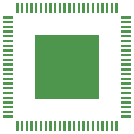
<source format=gtp>
G04 Layer: TopPasteMaskLayer*
G04 EasyEDA v6.5.23, 2023-09-13 20:10:37*
G04 8cb85547c76b4b6bafe6db91d84ccfe4,770f52a9c06342aeb7d9f723a0e8078a,10*
G04 Gerber Generator version 0.2*
G04 Scale: 100 percent, Rotated: No, Reflected: No *
G04 Dimensions in millimeters *
G04 leading zeros omitted , absolute positions ,4 integer and 5 decimal *
%FSLAX45Y45*%
%MOMM*%

%ADD10C,0.0001*%

%LPD*%
G36*
X1698498Y-1698498D02*
G01*
X1698498Y-2238502D01*
X2238502Y-2238502D01*
X2238502Y-1698498D01*
G37*
G36*
X1428496Y-1538528D02*
G01*
X1428496Y-1558493D01*
X1508506Y-1558493D01*
X1508506Y-1538528D01*
G37*
G36*
X1428496Y-1578508D02*
G01*
X1428496Y-1598472D01*
X1508506Y-1598472D01*
X1508506Y-1578508D01*
G37*
G36*
X1428496Y-1618488D02*
G01*
X1428496Y-1638503D01*
X1508506Y-1638503D01*
X1508506Y-1618488D01*
G37*
G36*
X1428496Y-1658518D02*
G01*
X1428496Y-1678482D01*
X1508506Y-1678482D01*
X1508506Y-1658518D01*
G37*
G36*
X1428496Y-1698498D02*
G01*
X1428496Y-1718513D01*
X1508506Y-1718513D01*
X1508506Y-1698498D01*
G37*
G36*
X1428496Y-1738528D02*
G01*
X1428496Y-1758492D01*
X1508506Y-1758492D01*
X1508506Y-1738528D01*
G37*
G36*
X1428496Y-1778507D02*
G01*
X1428496Y-1798472D01*
X1508506Y-1798472D01*
X1508506Y-1778507D01*
G37*
G36*
X1428496Y-1818487D02*
G01*
X1428496Y-1838502D01*
X1508506Y-1838502D01*
X1508506Y-1818487D01*
G37*
G36*
X1428496Y-1858518D02*
G01*
X1428496Y-1878482D01*
X1508506Y-1878482D01*
X1508506Y-1858518D01*
G37*
G36*
X1428496Y-1898497D02*
G01*
X1428496Y-1918512D01*
X1508506Y-1918512D01*
X1508506Y-1898497D01*
G37*
G36*
X1428496Y-1938528D02*
G01*
X1428496Y-1958492D01*
X1508506Y-1958492D01*
X1508506Y-1938528D01*
G37*
G36*
X1428496Y-1978507D02*
G01*
X1428496Y-1998472D01*
X1508506Y-1998472D01*
X1508506Y-1978507D01*
G37*
G36*
X1428496Y-2018487D02*
G01*
X1428496Y-2038502D01*
X1508506Y-2038502D01*
X1508506Y-2018487D01*
G37*
G36*
X1428496Y-2058517D02*
G01*
X1428496Y-2078482D01*
X1508506Y-2078482D01*
X1508506Y-2058517D01*
G37*
G36*
X1428496Y-2098497D02*
G01*
X1428496Y-2118512D01*
X1508506Y-2118512D01*
X1508506Y-2098497D01*
G37*
G36*
X1428496Y-2138527D02*
G01*
X1428496Y-2158492D01*
X1508506Y-2158492D01*
X1508506Y-2138527D01*
G37*
G36*
X1428496Y-2178507D02*
G01*
X1428496Y-2198471D01*
X1508506Y-2198471D01*
X1508506Y-2178507D01*
G37*
G36*
X1428496Y-2218486D02*
G01*
X1428496Y-2238502D01*
X1508506Y-2238502D01*
X1508506Y-2218486D01*
G37*
G36*
X1428496Y-2258517D02*
G01*
X1428496Y-2278481D01*
X1508506Y-2278481D01*
X1508506Y-2258517D01*
G37*
G36*
X1428496Y-2298496D02*
G01*
X1428496Y-2318512D01*
X1508506Y-2318512D01*
X1508506Y-2298496D01*
G37*
G36*
X1428496Y-2338527D02*
G01*
X1428496Y-2358491D01*
X1508506Y-2358491D01*
X1508506Y-2338527D01*
G37*
G36*
X1428496Y-2378506D02*
G01*
X1428496Y-2398471D01*
X1508506Y-2398471D01*
X1508506Y-2378506D01*
G37*
G36*
X1538528Y-2428494D02*
G01*
X1538528Y-2508504D01*
X1558493Y-2508504D01*
X1558493Y-2428494D01*
G37*
G36*
X1578508Y-2428494D02*
G01*
X1578508Y-2508504D01*
X1598472Y-2508504D01*
X1598472Y-2428494D01*
G37*
G36*
X1618488Y-2428494D02*
G01*
X1618488Y-2508504D01*
X1638503Y-2508504D01*
X1638503Y-2428494D01*
G37*
G36*
X1658518Y-2428494D02*
G01*
X1658518Y-2508504D01*
X1678482Y-2508504D01*
X1678482Y-2428494D01*
G37*
G36*
X1698498Y-2428494D02*
G01*
X1698498Y-2508504D01*
X1718513Y-2508504D01*
X1718513Y-2428494D01*
G37*
G36*
X1738528Y-2428494D02*
G01*
X1738528Y-2508504D01*
X1758492Y-2508504D01*
X1758492Y-2428494D01*
G37*
G36*
X1778507Y-2428494D02*
G01*
X1778507Y-2508504D01*
X1798472Y-2508504D01*
X1798472Y-2428494D01*
G37*
G36*
X1818487Y-2428494D02*
G01*
X1818487Y-2508504D01*
X1838502Y-2508504D01*
X1838502Y-2428494D01*
G37*
G36*
X1858518Y-2428494D02*
G01*
X1858518Y-2508504D01*
X1878482Y-2508504D01*
X1878482Y-2428494D01*
G37*
G36*
X1898497Y-2428494D02*
G01*
X1898497Y-2508504D01*
X1918512Y-2508504D01*
X1918512Y-2428494D01*
G37*
G36*
X1938528Y-2428494D02*
G01*
X1938528Y-2508504D01*
X1958492Y-2508504D01*
X1958492Y-2428494D01*
G37*
G36*
X1978507Y-2428494D02*
G01*
X1978507Y-2508504D01*
X1998472Y-2508504D01*
X1998472Y-2428494D01*
G37*
G36*
X2018487Y-2428494D02*
G01*
X2018487Y-2508504D01*
X2038502Y-2508504D01*
X2038502Y-2428494D01*
G37*
G36*
X2058517Y-2428494D02*
G01*
X2058517Y-2508504D01*
X2078482Y-2508504D01*
X2078482Y-2428494D01*
G37*
G36*
X2098497Y-2428494D02*
G01*
X2098497Y-2508504D01*
X2118512Y-2508504D01*
X2118512Y-2428494D01*
G37*
G36*
X2138527Y-2428494D02*
G01*
X2138527Y-2508504D01*
X2158492Y-2508504D01*
X2158492Y-2428494D01*
G37*
G36*
X2178507Y-2428494D02*
G01*
X2178507Y-2508504D01*
X2198471Y-2508504D01*
X2198471Y-2428494D01*
G37*
G36*
X2218486Y-2428494D02*
G01*
X2218486Y-2508504D01*
X2238502Y-2508504D01*
X2238502Y-2428494D01*
G37*
G36*
X2258517Y-2428494D02*
G01*
X2258517Y-2508504D01*
X2278481Y-2508504D01*
X2278481Y-2428494D01*
G37*
G36*
X2298496Y-2428494D02*
G01*
X2298496Y-2508504D01*
X2318512Y-2508504D01*
X2318512Y-2428494D01*
G37*
G36*
X2338527Y-2428494D02*
G01*
X2338527Y-2508504D01*
X2358491Y-2508504D01*
X2358491Y-2428494D01*
G37*
G36*
X2378506Y-2428494D02*
G01*
X2378506Y-2508504D01*
X2398471Y-2508504D01*
X2398471Y-2428494D01*
G37*
G36*
X2428494Y-2378506D02*
G01*
X2428494Y-2398471D01*
X2508504Y-2398471D01*
X2508504Y-2378506D01*
G37*
G36*
X2428494Y-2338527D02*
G01*
X2428494Y-2358491D01*
X2508504Y-2358491D01*
X2508504Y-2338527D01*
G37*
G36*
X2428494Y-2298496D02*
G01*
X2428494Y-2318512D01*
X2508504Y-2318512D01*
X2508504Y-2298496D01*
G37*
G36*
X2428494Y-2258517D02*
G01*
X2428494Y-2278481D01*
X2508504Y-2278481D01*
X2508504Y-2258517D01*
G37*
G36*
X2428494Y-2218486D02*
G01*
X2428494Y-2238502D01*
X2508504Y-2238502D01*
X2508504Y-2218486D01*
G37*
G36*
X2428494Y-2178507D02*
G01*
X2428494Y-2198471D01*
X2508504Y-2198471D01*
X2508504Y-2178507D01*
G37*
G36*
X2428494Y-2138527D02*
G01*
X2428494Y-2158492D01*
X2508504Y-2158492D01*
X2508504Y-2138527D01*
G37*
G36*
X2428494Y-2098497D02*
G01*
X2428494Y-2118512D01*
X2508504Y-2118512D01*
X2508504Y-2098497D01*
G37*
G36*
X2428494Y-2058517D02*
G01*
X2428494Y-2078482D01*
X2508504Y-2078482D01*
X2508504Y-2058517D01*
G37*
G36*
X2428494Y-2018487D02*
G01*
X2428494Y-2038502D01*
X2508504Y-2038502D01*
X2508504Y-2018487D01*
G37*
G36*
X2428494Y-1978507D02*
G01*
X2428494Y-1998472D01*
X2508504Y-1998472D01*
X2508504Y-1978507D01*
G37*
G36*
X2428494Y-1938528D02*
G01*
X2428494Y-1958492D01*
X2508504Y-1958492D01*
X2508504Y-1938528D01*
G37*
G36*
X2428494Y-1898497D02*
G01*
X2428494Y-1918512D01*
X2508504Y-1918512D01*
X2508504Y-1898497D01*
G37*
G36*
X2428494Y-1858518D02*
G01*
X2428494Y-1878482D01*
X2508504Y-1878482D01*
X2508504Y-1858518D01*
G37*
G36*
X2428494Y-1818487D02*
G01*
X2428494Y-1838502D01*
X2508504Y-1838502D01*
X2508504Y-1818487D01*
G37*
G36*
X2428494Y-1778507D02*
G01*
X2428494Y-1798472D01*
X2508504Y-1798472D01*
X2508504Y-1778507D01*
G37*
G36*
X2428494Y-1738528D02*
G01*
X2428494Y-1758492D01*
X2508504Y-1758492D01*
X2508504Y-1738528D01*
G37*
G36*
X2428494Y-1698498D02*
G01*
X2428494Y-1718513D01*
X2508504Y-1718513D01*
X2508504Y-1698498D01*
G37*
G36*
X2428494Y-1658518D02*
G01*
X2428494Y-1678482D01*
X2508504Y-1678482D01*
X2508504Y-1658518D01*
G37*
G36*
X2428494Y-1618488D02*
G01*
X2428494Y-1638503D01*
X2508504Y-1638503D01*
X2508504Y-1618488D01*
G37*
G36*
X2428494Y-1578508D02*
G01*
X2428494Y-1598472D01*
X2508504Y-1598472D01*
X2508504Y-1578508D01*
G37*
G36*
X2428494Y-1538528D02*
G01*
X2428494Y-1558493D01*
X2508504Y-1558493D01*
X2508504Y-1538528D01*
G37*
G36*
X2378506Y-1428496D02*
G01*
X2378506Y-1508506D01*
X2398471Y-1508506D01*
X2398471Y-1428496D01*
G37*
G36*
X2338527Y-1428496D02*
G01*
X2338527Y-1508506D01*
X2358491Y-1508506D01*
X2358491Y-1428496D01*
G37*
G36*
X2298496Y-1428496D02*
G01*
X2298496Y-1508506D01*
X2318512Y-1508506D01*
X2318512Y-1428496D01*
G37*
G36*
X2258517Y-1428496D02*
G01*
X2258517Y-1508506D01*
X2278481Y-1508506D01*
X2278481Y-1428496D01*
G37*
G36*
X2218486Y-1428496D02*
G01*
X2218486Y-1508506D01*
X2238502Y-1508506D01*
X2238502Y-1428496D01*
G37*
G36*
X2178507Y-1428496D02*
G01*
X2178507Y-1508506D01*
X2198471Y-1508506D01*
X2198471Y-1428496D01*
G37*
G36*
X2138527Y-1428496D02*
G01*
X2138527Y-1508506D01*
X2158492Y-1508506D01*
X2158492Y-1428496D01*
G37*
G36*
X2098497Y-1428496D02*
G01*
X2098497Y-1508506D01*
X2118512Y-1508506D01*
X2118512Y-1428496D01*
G37*
G36*
X2058517Y-1428496D02*
G01*
X2058517Y-1508506D01*
X2078482Y-1508506D01*
X2078482Y-1428496D01*
G37*
G36*
X2018487Y-1428496D02*
G01*
X2018487Y-1508506D01*
X2038502Y-1508506D01*
X2038502Y-1428496D01*
G37*
G36*
X1978507Y-1428496D02*
G01*
X1978507Y-1508506D01*
X1998472Y-1508506D01*
X1998472Y-1428496D01*
G37*
G36*
X1938528Y-1428496D02*
G01*
X1938528Y-1508506D01*
X1958492Y-1508506D01*
X1958492Y-1428496D01*
G37*
G36*
X1898497Y-1428496D02*
G01*
X1898497Y-1508506D01*
X1918512Y-1508506D01*
X1918512Y-1428496D01*
G37*
G36*
X1858518Y-1428496D02*
G01*
X1858518Y-1508506D01*
X1878482Y-1508506D01*
X1878482Y-1428496D01*
G37*
G36*
X1818487Y-1428496D02*
G01*
X1818487Y-1508506D01*
X1838502Y-1508506D01*
X1838502Y-1428496D01*
G37*
G36*
X1778507Y-1428496D02*
G01*
X1778507Y-1508506D01*
X1798472Y-1508506D01*
X1798472Y-1428496D01*
G37*
G36*
X1738528Y-1428496D02*
G01*
X1738528Y-1508506D01*
X1758492Y-1508506D01*
X1758492Y-1428496D01*
G37*
G36*
X1698498Y-1428496D02*
G01*
X1698498Y-1508506D01*
X1718513Y-1508506D01*
X1718513Y-1428496D01*
G37*
G36*
X1658518Y-1428496D02*
G01*
X1658518Y-1508506D01*
X1678482Y-1508506D01*
X1678482Y-1428496D01*
G37*
G36*
X1618488Y-1428496D02*
G01*
X1618488Y-1508506D01*
X1638503Y-1508506D01*
X1638503Y-1428496D01*
G37*
G36*
X1578508Y-1428496D02*
G01*
X1578508Y-1508506D01*
X1598472Y-1508506D01*
X1598472Y-1428496D01*
G37*
G36*
X1538528Y-1428496D02*
G01*
X1538528Y-1508506D01*
X1558493Y-1508506D01*
X1558493Y-1428496D01*
G37*
M02*

</source>
